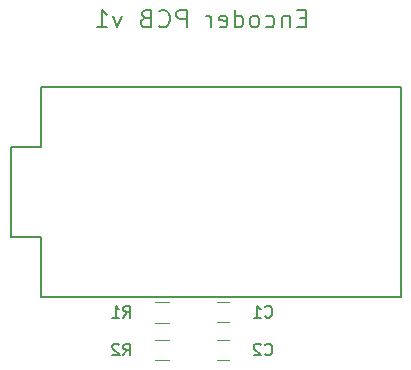
<source format=gbo>
G04 #@! TF.FileFunction,Legend,Bot*
%FSLAX46Y46*%
G04 Gerber Fmt 4.6, Leading zero omitted, Abs format (unit mm)*
G04 Created by KiCad (PCBNEW 4.0.7) date Tue Jul  3 21:06:47 2018*
%MOMM*%
%LPD*%
G01*
G04 APERTURE LIST*
%ADD10C,0.100000*%
%ADD11C,0.200000*%
%ADD12C,0.120000*%
%ADD13C,0.150000*%
G04 APERTURE END LIST*
D10*
D11*
X64585713Y-30892857D02*
X64085713Y-30892857D01*
X63871427Y-31678571D02*
X64585713Y-31678571D01*
X64585713Y-30178571D01*
X63871427Y-30178571D01*
X63228570Y-30678571D02*
X63228570Y-31678571D01*
X63228570Y-30821429D02*
X63157142Y-30750000D01*
X63014284Y-30678571D01*
X62799999Y-30678571D01*
X62657142Y-30750000D01*
X62585713Y-30892857D01*
X62585713Y-31678571D01*
X61228570Y-31607143D02*
X61371427Y-31678571D01*
X61657141Y-31678571D01*
X61799999Y-31607143D01*
X61871427Y-31535714D01*
X61942856Y-31392857D01*
X61942856Y-30964286D01*
X61871427Y-30821429D01*
X61799999Y-30750000D01*
X61657141Y-30678571D01*
X61371427Y-30678571D01*
X61228570Y-30750000D01*
X60371427Y-31678571D02*
X60514285Y-31607143D01*
X60585713Y-31535714D01*
X60657142Y-31392857D01*
X60657142Y-30964286D01*
X60585713Y-30821429D01*
X60514285Y-30750000D01*
X60371427Y-30678571D01*
X60157142Y-30678571D01*
X60014285Y-30750000D01*
X59942856Y-30821429D01*
X59871427Y-30964286D01*
X59871427Y-31392857D01*
X59942856Y-31535714D01*
X60014285Y-31607143D01*
X60157142Y-31678571D01*
X60371427Y-31678571D01*
X58585713Y-31678571D02*
X58585713Y-30178571D01*
X58585713Y-31607143D02*
X58728570Y-31678571D01*
X59014284Y-31678571D01*
X59157142Y-31607143D01*
X59228570Y-31535714D01*
X59299999Y-31392857D01*
X59299999Y-30964286D01*
X59228570Y-30821429D01*
X59157142Y-30750000D01*
X59014284Y-30678571D01*
X58728570Y-30678571D01*
X58585713Y-30750000D01*
X57299999Y-31607143D02*
X57442856Y-31678571D01*
X57728570Y-31678571D01*
X57871427Y-31607143D01*
X57942856Y-31464286D01*
X57942856Y-30892857D01*
X57871427Y-30750000D01*
X57728570Y-30678571D01*
X57442856Y-30678571D01*
X57299999Y-30750000D01*
X57228570Y-30892857D01*
X57228570Y-31035714D01*
X57942856Y-31178571D01*
X56585713Y-31678571D02*
X56585713Y-30678571D01*
X56585713Y-30964286D02*
X56514285Y-30821429D01*
X56442856Y-30750000D01*
X56299999Y-30678571D01*
X56157142Y-30678571D01*
X54514285Y-31678571D02*
X54514285Y-30178571D01*
X53942857Y-30178571D01*
X53799999Y-30250000D01*
X53728571Y-30321429D01*
X53657142Y-30464286D01*
X53657142Y-30678571D01*
X53728571Y-30821429D01*
X53799999Y-30892857D01*
X53942857Y-30964286D01*
X54514285Y-30964286D01*
X52157142Y-31535714D02*
X52228571Y-31607143D01*
X52442857Y-31678571D01*
X52585714Y-31678571D01*
X52799999Y-31607143D01*
X52942857Y-31464286D01*
X53014285Y-31321429D01*
X53085714Y-31035714D01*
X53085714Y-30821429D01*
X53014285Y-30535714D01*
X52942857Y-30392857D01*
X52799999Y-30250000D01*
X52585714Y-30178571D01*
X52442857Y-30178571D01*
X52228571Y-30250000D01*
X52157142Y-30321429D01*
X51014285Y-30892857D02*
X50799999Y-30964286D01*
X50728571Y-31035714D01*
X50657142Y-31178571D01*
X50657142Y-31392857D01*
X50728571Y-31535714D01*
X50799999Y-31607143D01*
X50942857Y-31678571D01*
X51514285Y-31678571D01*
X51514285Y-30178571D01*
X51014285Y-30178571D01*
X50871428Y-30250000D01*
X50799999Y-30321429D01*
X50728571Y-30464286D01*
X50728571Y-30607143D01*
X50799999Y-30750000D01*
X50871428Y-30821429D01*
X51014285Y-30892857D01*
X51514285Y-30892857D01*
X49014285Y-30678571D02*
X48657142Y-31678571D01*
X48300000Y-30678571D01*
X46942857Y-31678571D02*
X47800000Y-31678571D01*
X47371428Y-31678571D02*
X47371428Y-30178571D01*
X47514285Y-30392857D01*
X47657143Y-30535714D01*
X47800000Y-30607143D01*
D12*
X58100000Y-56650000D02*
X57100000Y-56650000D01*
X57100000Y-54950000D02*
X58100000Y-54950000D01*
X58100000Y-59850000D02*
X57100000Y-59850000D01*
X57100000Y-58150000D02*
X58100000Y-58150000D01*
X53000000Y-54920000D02*
X51800000Y-54920000D01*
X51800000Y-56680000D02*
X53000000Y-56680000D01*
X53000000Y-58120000D02*
X51800000Y-58120000D01*
X51800000Y-59880000D02*
X53000000Y-59880000D01*
D13*
X72640000Y-54490000D02*
X72640000Y-36710000D01*
X72640000Y-36710000D02*
X42160000Y-36710000D01*
X42160000Y-36710000D02*
X42160000Y-41790000D01*
X42160000Y-41790000D02*
X39620000Y-41790000D01*
X39620000Y-41790000D02*
X39620000Y-49410000D01*
X39620000Y-49410000D02*
X42160000Y-49410000D01*
X42160000Y-49410000D02*
X42160000Y-54490000D01*
X42160000Y-54490000D02*
X72640000Y-54490000D01*
X61166666Y-56157143D02*
X61214285Y-56204762D01*
X61357142Y-56252381D01*
X61452380Y-56252381D01*
X61595238Y-56204762D01*
X61690476Y-56109524D01*
X61738095Y-56014286D01*
X61785714Y-55823810D01*
X61785714Y-55680952D01*
X61738095Y-55490476D01*
X61690476Y-55395238D01*
X61595238Y-55300000D01*
X61452380Y-55252381D01*
X61357142Y-55252381D01*
X61214285Y-55300000D01*
X61166666Y-55347619D01*
X60214285Y-56252381D02*
X60785714Y-56252381D01*
X60500000Y-56252381D02*
X60500000Y-55252381D01*
X60595238Y-55395238D01*
X60690476Y-55490476D01*
X60785714Y-55538095D01*
X61166666Y-59357143D02*
X61214285Y-59404762D01*
X61357142Y-59452381D01*
X61452380Y-59452381D01*
X61595238Y-59404762D01*
X61690476Y-59309524D01*
X61738095Y-59214286D01*
X61785714Y-59023810D01*
X61785714Y-58880952D01*
X61738095Y-58690476D01*
X61690476Y-58595238D01*
X61595238Y-58500000D01*
X61452380Y-58452381D01*
X61357142Y-58452381D01*
X61214285Y-58500000D01*
X61166666Y-58547619D01*
X60785714Y-58547619D02*
X60738095Y-58500000D01*
X60642857Y-58452381D01*
X60404761Y-58452381D01*
X60309523Y-58500000D01*
X60261904Y-58547619D01*
X60214285Y-58642857D01*
X60214285Y-58738095D01*
X60261904Y-58880952D01*
X60833333Y-59452381D01*
X60214285Y-59452381D01*
X49166666Y-56252381D02*
X49500000Y-55776190D01*
X49738095Y-56252381D02*
X49738095Y-55252381D01*
X49357142Y-55252381D01*
X49261904Y-55300000D01*
X49214285Y-55347619D01*
X49166666Y-55442857D01*
X49166666Y-55585714D01*
X49214285Y-55680952D01*
X49261904Y-55728571D01*
X49357142Y-55776190D01*
X49738095Y-55776190D01*
X48214285Y-56252381D02*
X48785714Y-56252381D01*
X48500000Y-56252381D02*
X48500000Y-55252381D01*
X48595238Y-55395238D01*
X48690476Y-55490476D01*
X48785714Y-55538095D01*
X49166666Y-59452381D02*
X49500000Y-58976190D01*
X49738095Y-59452381D02*
X49738095Y-58452381D01*
X49357142Y-58452381D01*
X49261904Y-58500000D01*
X49214285Y-58547619D01*
X49166666Y-58642857D01*
X49166666Y-58785714D01*
X49214285Y-58880952D01*
X49261904Y-58928571D01*
X49357142Y-58976190D01*
X49738095Y-58976190D01*
X48785714Y-58547619D02*
X48738095Y-58500000D01*
X48642857Y-58452381D01*
X48404761Y-58452381D01*
X48309523Y-58500000D01*
X48261904Y-58547619D01*
X48214285Y-58642857D01*
X48214285Y-58738095D01*
X48261904Y-58880952D01*
X48833333Y-59452381D01*
X48214285Y-59452381D01*
M02*

</source>
